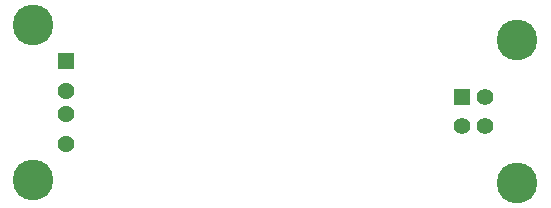
<source format=gbr>
%TF.GenerationSoftware,KiCad,Pcbnew,9.0.0*%
%TF.CreationDate,2025-03-18T13:10:11-04:00*%
%TF.ProjectId,Tarea_2_Aislador_USB,54617265-615f-4325-9f41-69736c61646f,rev?*%
%TF.SameCoordinates,Original*%
%TF.FileFunction,Soldermask,Bot*%
%TF.FilePolarity,Negative*%
%FSLAX46Y46*%
G04 Gerber Fmt 4.6, Leading zero omitted, Abs format (unit mm)*
G04 Created by KiCad (PCBNEW 9.0.0) date 2025-03-18 13:10:11*
%MOMM*%
%LPD*%
G01*
G04 APERTURE LIST*
%ADD10R,1.400000X1.400000*%
%ADD11C,1.400000*%
%ADD12C,3.450000*%
%ADD13R,1.431000X1.431000*%
%ADD14C,1.431000*%
G04 APERTURE END LIST*
D10*
%TO.C,J2*%
X146800000Y-75020000D03*
D11*
X146800000Y-77520000D03*
X148800000Y-77520000D03*
X148800000Y-75020000D03*
D12*
X151500000Y-70250000D03*
X151500000Y-82290000D03*
%TD*%
D13*
%TO.C,J1*%
X113250000Y-72000000D03*
D14*
X113250000Y-74500000D03*
X113250000Y-76500000D03*
X113250000Y-79000000D03*
D12*
X110540000Y-68930000D03*
X110540000Y-82070000D03*
%TD*%
M02*

</source>
